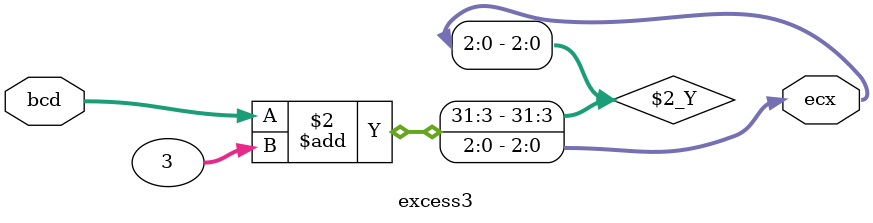
<source format=v>
`timescale 1ns / 1ps


module excess3(bcd,ecx);
input [2:0] bcd;
output reg [2:0] ecx;

always @(bcd) 
    ecx = bcd +3;
 

endmodule

</source>
